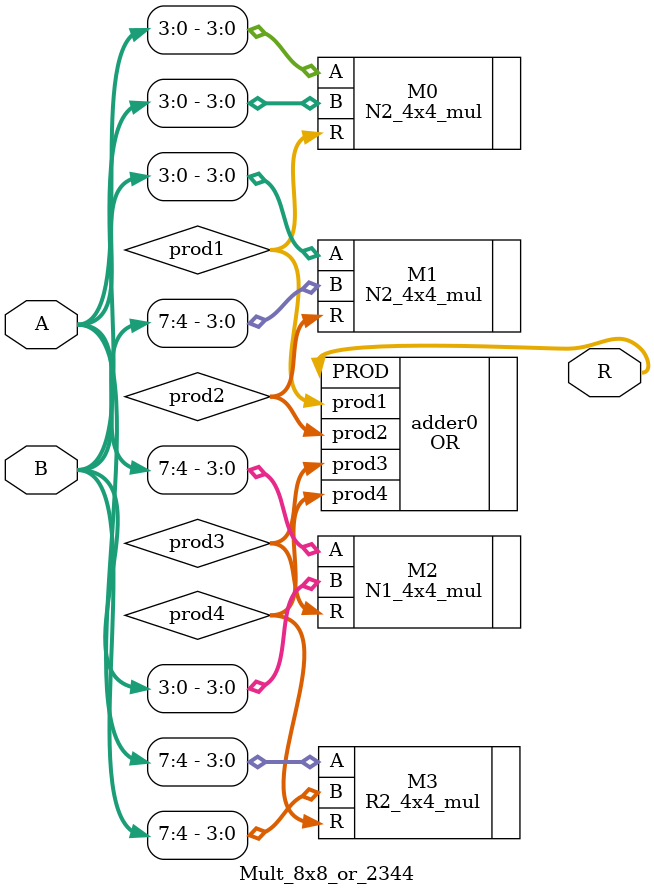
<source format=v>
module Mult_8x8_or_2344(
input [7:0] A,
input [7:0] B,
output [15:0]R
);
wire [7:0]prod1;
wire [7:0]prod2;
wire [7:0]prod3;
wire [7:0]prod4;

N2_4x4_mul M0(.A(A[3:0]),.B(B[3:0]),.R(prod1));
N2_4x4_mul M1(.A(A[3:0]),.B(B[7:4]),.R(prod2));
N1_4x4_mul M2(.A(A[7:4]),.B(B[3:0]),.R(prod3));
R2_4x4_mul M3(.A(A[7:4]),.B(B[7:4]),.R(prod4));
OR adder0(.prod1(prod1),.prod2(prod2),.prod3(prod3),.prod4(prod4),.PROD(R));
endmodule

</source>
